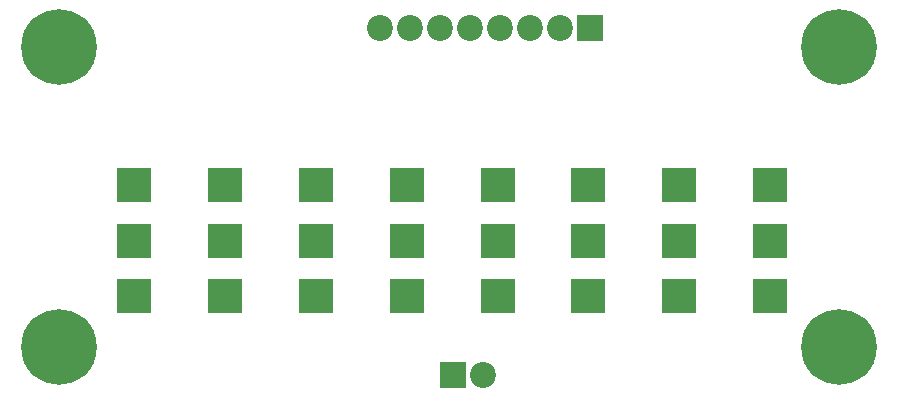
<source format=gbs>
G04 #@! TF.GenerationSoftware,KiCad,Pcbnew,(6.0.7)*
G04 #@! TF.CreationDate,2023-06-27T12:53:43-07:00*
G04 #@! TF.ProjectId,Power Supply Board Ground Systems,506f7765-7220-4537-9570-706c7920426f,rev?*
G04 #@! TF.SameCoordinates,Original*
G04 #@! TF.FileFunction,Soldermask,Bot*
G04 #@! TF.FilePolarity,Negative*
%FSLAX46Y46*%
G04 Gerber Fmt 4.6, Leading zero omitted, Abs format (unit mm)*
G04 Created by KiCad (PCBNEW (6.0.7)) date 2023-06-27 12:53:43*
%MOMM*%
%LPD*%
G01*
G04 APERTURE LIST*
%ADD10R,3.000000X3.000000*%
%ADD11C,6.400000*%
%ADD12C,3.600000*%
%ADD13R,2.200000X2.200000*%
%ADD14C,2.200000*%
G04 APERTURE END LIST*
D10*
X44536342Y-43490000D03*
X44536342Y-48190000D03*
X44536342Y-52890000D03*
X75292110Y-43490000D03*
X75292110Y-48190000D03*
X75292110Y-52890000D03*
X52225284Y-43490000D03*
X52225284Y-48190000D03*
X52225284Y-52890000D03*
X36847400Y-43490000D03*
X36847400Y-48190000D03*
X36847400Y-52890000D03*
D11*
X96520000Y-57150000D03*
D12*
X96520000Y-57150000D03*
D13*
X75410000Y-30180000D03*
D14*
X72870000Y-30180000D03*
X70330000Y-30180000D03*
X67790000Y-30180000D03*
X65250000Y-30180000D03*
X62710000Y-30180000D03*
X60170000Y-30180000D03*
X57630000Y-30180000D03*
D13*
X63840000Y-59500000D03*
D14*
X66380000Y-59500000D03*
D12*
X30480000Y-57150000D03*
D11*
X30480000Y-57150000D03*
D10*
X90670000Y-43490000D03*
X90670000Y-48190000D03*
X90670000Y-52890000D03*
D11*
X96520000Y-31750000D03*
D12*
X96520000Y-31750000D03*
D10*
X82981052Y-43490000D03*
X82981052Y-48190000D03*
X82981052Y-52890000D03*
X67603168Y-43490000D03*
X67603168Y-48190000D03*
X67603168Y-52890000D03*
X59914226Y-43490000D03*
X59914226Y-48190000D03*
X59914226Y-52890000D03*
D11*
X30480000Y-31750000D03*
D12*
X30480000Y-31750000D03*
M02*

</source>
